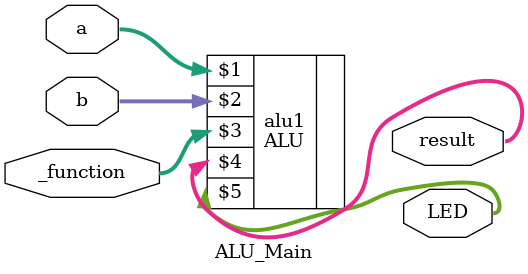
<source format=v>
module ALU_Main(
	input [3:0] a,
	input [3:0] b,
	input [2:0] _function,
	output [3:0] result,
	output [3:0] LED
   );

	ALU alu1(a, b, _function, result, LED);

endmodule

</source>
